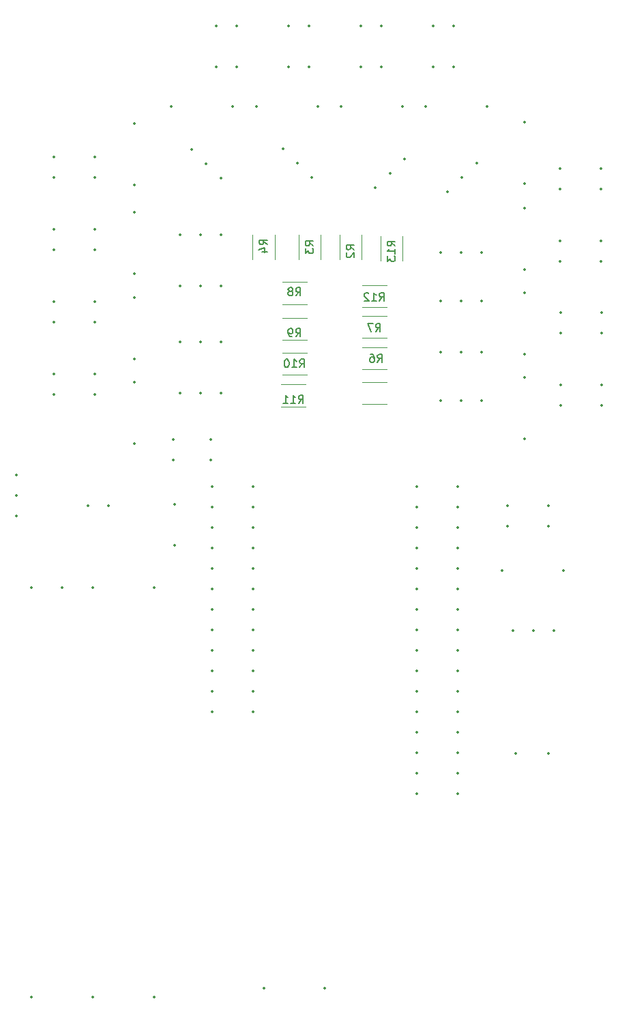
<source format=gbo>
%TF.GenerationSoftware,KiCad,Pcbnew,8.0.4*%
%TF.CreationDate,2025-02-09T16:53:56-05:00*%
%TF.ProjectId,Chassis,43686173-7369-4732-9e6b-696361645f70,rev?*%
%TF.SameCoordinates,Original*%
%TF.FileFunction,Legend,Bot*%
%TF.FilePolarity,Positive*%
%FSLAX46Y46*%
G04 Gerber Fmt 4.6, Leading zero omitted, Abs format (unit mm)*
G04 Created by KiCad (PCBNEW 8.0.4) date 2025-02-09 16:53:56*
%MOMM*%
%LPD*%
G01*
G04 APERTURE LIST*
%ADD10C,0.150000*%
%ADD11C,0.120000*%
%ADD12C,0.350000*%
G04 APERTURE END LIST*
D10*
X110309819Y-62063333D02*
X109833628Y-61730000D01*
X110309819Y-61491905D02*
X109309819Y-61491905D01*
X109309819Y-61491905D02*
X109309819Y-61872857D01*
X109309819Y-61872857D02*
X109357438Y-61968095D01*
X109357438Y-61968095D02*
X109405057Y-62015714D01*
X109405057Y-62015714D02*
X109500295Y-62063333D01*
X109500295Y-62063333D02*
X109643152Y-62063333D01*
X109643152Y-62063333D02*
X109738390Y-62015714D01*
X109738390Y-62015714D02*
X109786009Y-61968095D01*
X109786009Y-61968095D02*
X109833628Y-61872857D01*
X109833628Y-61872857D02*
X109833628Y-61491905D01*
X109643152Y-62920476D02*
X110309819Y-62920476D01*
X109262200Y-62682381D02*
X109976485Y-62444286D01*
X109976485Y-62444286D02*
X109976485Y-63063333D01*
X124227857Y-69034819D02*
X124561190Y-68558628D01*
X124799285Y-69034819D02*
X124799285Y-68034819D01*
X124799285Y-68034819D02*
X124418333Y-68034819D01*
X124418333Y-68034819D02*
X124323095Y-68082438D01*
X124323095Y-68082438D02*
X124275476Y-68130057D01*
X124275476Y-68130057D02*
X124227857Y-68225295D01*
X124227857Y-68225295D02*
X124227857Y-68368152D01*
X124227857Y-68368152D02*
X124275476Y-68463390D01*
X124275476Y-68463390D02*
X124323095Y-68511009D01*
X124323095Y-68511009D02*
X124418333Y-68558628D01*
X124418333Y-68558628D02*
X124799285Y-68558628D01*
X123275476Y-69034819D02*
X123846904Y-69034819D01*
X123561190Y-69034819D02*
X123561190Y-68034819D01*
X123561190Y-68034819D02*
X123656428Y-68177676D01*
X123656428Y-68177676D02*
X123751666Y-68272914D01*
X123751666Y-68272914D02*
X123846904Y-68320533D01*
X122894523Y-68130057D02*
X122846904Y-68082438D01*
X122846904Y-68082438D02*
X122751666Y-68034819D01*
X122751666Y-68034819D02*
X122513571Y-68034819D01*
X122513571Y-68034819D02*
X122418333Y-68082438D01*
X122418333Y-68082438D02*
X122370714Y-68130057D01*
X122370714Y-68130057D02*
X122323095Y-68225295D01*
X122323095Y-68225295D02*
X122323095Y-68320533D01*
X122323095Y-68320533D02*
X122370714Y-68463390D01*
X122370714Y-68463390D02*
X122942142Y-69034819D01*
X122942142Y-69034819D02*
X122323095Y-69034819D01*
X123751666Y-72844819D02*
X124084999Y-72368628D01*
X124323094Y-72844819D02*
X124323094Y-71844819D01*
X124323094Y-71844819D02*
X123942142Y-71844819D01*
X123942142Y-71844819D02*
X123846904Y-71892438D01*
X123846904Y-71892438D02*
X123799285Y-71940057D01*
X123799285Y-71940057D02*
X123751666Y-72035295D01*
X123751666Y-72035295D02*
X123751666Y-72178152D01*
X123751666Y-72178152D02*
X123799285Y-72273390D01*
X123799285Y-72273390D02*
X123846904Y-72321009D01*
X123846904Y-72321009D02*
X123942142Y-72368628D01*
X123942142Y-72368628D02*
X124323094Y-72368628D01*
X123418332Y-71844819D02*
X122751666Y-71844819D01*
X122751666Y-71844819D02*
X123180237Y-72844819D01*
X123991666Y-76654819D02*
X124324999Y-76178628D01*
X124563094Y-76654819D02*
X124563094Y-75654819D01*
X124563094Y-75654819D02*
X124182142Y-75654819D01*
X124182142Y-75654819D02*
X124086904Y-75702438D01*
X124086904Y-75702438D02*
X124039285Y-75750057D01*
X124039285Y-75750057D02*
X123991666Y-75845295D01*
X123991666Y-75845295D02*
X123991666Y-75988152D01*
X123991666Y-75988152D02*
X124039285Y-76083390D01*
X124039285Y-76083390D02*
X124086904Y-76131009D01*
X124086904Y-76131009D02*
X124182142Y-76178628D01*
X124182142Y-76178628D02*
X124563094Y-76178628D01*
X123134523Y-75654819D02*
X123324999Y-75654819D01*
X123324999Y-75654819D02*
X123420237Y-75702438D01*
X123420237Y-75702438D02*
X123467856Y-75750057D01*
X123467856Y-75750057D02*
X123563094Y-75892914D01*
X123563094Y-75892914D02*
X123610713Y-76083390D01*
X123610713Y-76083390D02*
X123610713Y-76464342D01*
X123610713Y-76464342D02*
X123563094Y-76559580D01*
X123563094Y-76559580D02*
X123515475Y-76607200D01*
X123515475Y-76607200D02*
X123420237Y-76654819D01*
X123420237Y-76654819D02*
X123229761Y-76654819D01*
X123229761Y-76654819D02*
X123134523Y-76607200D01*
X123134523Y-76607200D02*
X123086904Y-76559580D01*
X123086904Y-76559580D02*
X123039285Y-76464342D01*
X123039285Y-76464342D02*
X123039285Y-76226247D01*
X123039285Y-76226247D02*
X123086904Y-76131009D01*
X123086904Y-76131009D02*
X123134523Y-76083390D01*
X123134523Y-76083390D02*
X123229761Y-76035771D01*
X123229761Y-76035771D02*
X123420237Y-76035771D01*
X123420237Y-76035771D02*
X123515475Y-76083390D01*
X123515475Y-76083390D02*
X123563094Y-76131009D01*
X123563094Y-76131009D02*
X123610713Y-76226247D01*
X114187857Y-81734819D02*
X114521190Y-81258628D01*
X114759285Y-81734819D02*
X114759285Y-80734819D01*
X114759285Y-80734819D02*
X114378333Y-80734819D01*
X114378333Y-80734819D02*
X114283095Y-80782438D01*
X114283095Y-80782438D02*
X114235476Y-80830057D01*
X114235476Y-80830057D02*
X114187857Y-80925295D01*
X114187857Y-80925295D02*
X114187857Y-81068152D01*
X114187857Y-81068152D02*
X114235476Y-81163390D01*
X114235476Y-81163390D02*
X114283095Y-81211009D01*
X114283095Y-81211009D02*
X114378333Y-81258628D01*
X114378333Y-81258628D02*
X114759285Y-81258628D01*
X113235476Y-81734819D02*
X113806904Y-81734819D01*
X113521190Y-81734819D02*
X113521190Y-80734819D01*
X113521190Y-80734819D02*
X113616428Y-80877676D01*
X113616428Y-80877676D02*
X113711666Y-80972914D01*
X113711666Y-80972914D02*
X113806904Y-81020533D01*
X112283095Y-81734819D02*
X112854523Y-81734819D01*
X112568809Y-81734819D02*
X112568809Y-80734819D01*
X112568809Y-80734819D02*
X112664047Y-80877676D01*
X112664047Y-80877676D02*
X112759285Y-80972914D01*
X112759285Y-80972914D02*
X112854523Y-81020533D01*
X121104819Y-62698333D02*
X120628628Y-62365000D01*
X121104819Y-62126905D02*
X120104819Y-62126905D01*
X120104819Y-62126905D02*
X120104819Y-62507857D01*
X120104819Y-62507857D02*
X120152438Y-62603095D01*
X120152438Y-62603095D02*
X120200057Y-62650714D01*
X120200057Y-62650714D02*
X120295295Y-62698333D01*
X120295295Y-62698333D02*
X120438152Y-62698333D01*
X120438152Y-62698333D02*
X120533390Y-62650714D01*
X120533390Y-62650714D02*
X120581009Y-62603095D01*
X120581009Y-62603095D02*
X120628628Y-62507857D01*
X120628628Y-62507857D02*
X120628628Y-62126905D01*
X120200057Y-63079286D02*
X120152438Y-63126905D01*
X120152438Y-63126905D02*
X120104819Y-63222143D01*
X120104819Y-63222143D02*
X120104819Y-63460238D01*
X120104819Y-63460238D02*
X120152438Y-63555476D01*
X120152438Y-63555476D02*
X120200057Y-63603095D01*
X120200057Y-63603095D02*
X120295295Y-63650714D01*
X120295295Y-63650714D02*
X120390533Y-63650714D01*
X120390533Y-63650714D02*
X120533390Y-63603095D01*
X120533390Y-63603095D02*
X121104819Y-63031667D01*
X121104819Y-63031667D02*
X121104819Y-63650714D01*
X126184819Y-62222142D02*
X125708628Y-61888809D01*
X126184819Y-61650714D02*
X125184819Y-61650714D01*
X125184819Y-61650714D02*
X125184819Y-62031666D01*
X125184819Y-62031666D02*
X125232438Y-62126904D01*
X125232438Y-62126904D02*
X125280057Y-62174523D01*
X125280057Y-62174523D02*
X125375295Y-62222142D01*
X125375295Y-62222142D02*
X125518152Y-62222142D01*
X125518152Y-62222142D02*
X125613390Y-62174523D01*
X125613390Y-62174523D02*
X125661009Y-62126904D01*
X125661009Y-62126904D02*
X125708628Y-62031666D01*
X125708628Y-62031666D02*
X125708628Y-61650714D01*
X126184819Y-63174523D02*
X126184819Y-62603095D01*
X126184819Y-62888809D02*
X125184819Y-62888809D01*
X125184819Y-62888809D02*
X125327676Y-62793571D01*
X125327676Y-62793571D02*
X125422914Y-62698333D01*
X125422914Y-62698333D02*
X125470533Y-62603095D01*
X125184819Y-63507857D02*
X125184819Y-64126904D01*
X125184819Y-64126904D02*
X125565771Y-63793571D01*
X125565771Y-63793571D02*
X125565771Y-63936428D01*
X125565771Y-63936428D02*
X125613390Y-64031666D01*
X125613390Y-64031666D02*
X125661009Y-64079285D01*
X125661009Y-64079285D02*
X125756247Y-64126904D01*
X125756247Y-64126904D02*
X125994342Y-64126904D01*
X125994342Y-64126904D02*
X126089580Y-64079285D01*
X126089580Y-64079285D02*
X126137200Y-64031666D01*
X126137200Y-64031666D02*
X126184819Y-63936428D01*
X126184819Y-63936428D02*
X126184819Y-63650714D01*
X126184819Y-63650714D02*
X126137200Y-63555476D01*
X126137200Y-63555476D02*
X126089580Y-63507857D01*
X114327857Y-77289819D02*
X114661190Y-76813628D01*
X114899285Y-77289819D02*
X114899285Y-76289819D01*
X114899285Y-76289819D02*
X114518333Y-76289819D01*
X114518333Y-76289819D02*
X114423095Y-76337438D01*
X114423095Y-76337438D02*
X114375476Y-76385057D01*
X114375476Y-76385057D02*
X114327857Y-76480295D01*
X114327857Y-76480295D02*
X114327857Y-76623152D01*
X114327857Y-76623152D02*
X114375476Y-76718390D01*
X114375476Y-76718390D02*
X114423095Y-76766009D01*
X114423095Y-76766009D02*
X114518333Y-76813628D01*
X114518333Y-76813628D02*
X114899285Y-76813628D01*
X113375476Y-77289819D02*
X113946904Y-77289819D01*
X113661190Y-77289819D02*
X113661190Y-76289819D01*
X113661190Y-76289819D02*
X113756428Y-76432676D01*
X113756428Y-76432676D02*
X113851666Y-76527914D01*
X113851666Y-76527914D02*
X113946904Y-76575533D01*
X112756428Y-76289819D02*
X112661190Y-76289819D01*
X112661190Y-76289819D02*
X112565952Y-76337438D01*
X112565952Y-76337438D02*
X112518333Y-76385057D01*
X112518333Y-76385057D02*
X112470714Y-76480295D01*
X112470714Y-76480295D02*
X112423095Y-76670771D01*
X112423095Y-76670771D02*
X112423095Y-76908866D01*
X112423095Y-76908866D02*
X112470714Y-77099342D01*
X112470714Y-77099342D02*
X112518333Y-77194580D01*
X112518333Y-77194580D02*
X112565952Y-77242200D01*
X112565952Y-77242200D02*
X112661190Y-77289819D01*
X112661190Y-77289819D02*
X112756428Y-77289819D01*
X112756428Y-77289819D02*
X112851666Y-77242200D01*
X112851666Y-77242200D02*
X112899285Y-77194580D01*
X112899285Y-77194580D02*
X112946904Y-77099342D01*
X112946904Y-77099342D02*
X112994523Y-76908866D01*
X112994523Y-76908866D02*
X112994523Y-76670771D01*
X112994523Y-76670771D02*
X112946904Y-76480295D01*
X112946904Y-76480295D02*
X112899285Y-76385057D01*
X112899285Y-76385057D02*
X112851666Y-76337438D01*
X112851666Y-76337438D02*
X112756428Y-76289819D01*
X113851666Y-68399819D02*
X114184999Y-67923628D01*
X114423094Y-68399819D02*
X114423094Y-67399819D01*
X114423094Y-67399819D02*
X114042142Y-67399819D01*
X114042142Y-67399819D02*
X113946904Y-67447438D01*
X113946904Y-67447438D02*
X113899285Y-67495057D01*
X113899285Y-67495057D02*
X113851666Y-67590295D01*
X113851666Y-67590295D02*
X113851666Y-67733152D01*
X113851666Y-67733152D02*
X113899285Y-67828390D01*
X113899285Y-67828390D02*
X113946904Y-67876009D01*
X113946904Y-67876009D02*
X114042142Y-67923628D01*
X114042142Y-67923628D02*
X114423094Y-67923628D01*
X113280237Y-67828390D02*
X113375475Y-67780771D01*
X113375475Y-67780771D02*
X113423094Y-67733152D01*
X113423094Y-67733152D02*
X113470713Y-67637914D01*
X113470713Y-67637914D02*
X113470713Y-67590295D01*
X113470713Y-67590295D02*
X113423094Y-67495057D01*
X113423094Y-67495057D02*
X113375475Y-67447438D01*
X113375475Y-67447438D02*
X113280237Y-67399819D01*
X113280237Y-67399819D02*
X113089761Y-67399819D01*
X113089761Y-67399819D02*
X112994523Y-67447438D01*
X112994523Y-67447438D02*
X112946904Y-67495057D01*
X112946904Y-67495057D02*
X112899285Y-67590295D01*
X112899285Y-67590295D02*
X112899285Y-67637914D01*
X112899285Y-67637914D02*
X112946904Y-67733152D01*
X112946904Y-67733152D02*
X112994523Y-67780771D01*
X112994523Y-67780771D02*
X113089761Y-67828390D01*
X113089761Y-67828390D02*
X113280237Y-67828390D01*
X113280237Y-67828390D02*
X113375475Y-67876009D01*
X113375475Y-67876009D02*
X113423094Y-67923628D01*
X113423094Y-67923628D02*
X113470713Y-68018866D01*
X113470713Y-68018866D02*
X113470713Y-68209342D01*
X113470713Y-68209342D02*
X113423094Y-68304580D01*
X113423094Y-68304580D02*
X113375475Y-68352200D01*
X113375475Y-68352200D02*
X113280237Y-68399819D01*
X113280237Y-68399819D02*
X113089761Y-68399819D01*
X113089761Y-68399819D02*
X112994523Y-68352200D01*
X112994523Y-68352200D02*
X112946904Y-68304580D01*
X112946904Y-68304580D02*
X112899285Y-68209342D01*
X112899285Y-68209342D02*
X112899285Y-68018866D01*
X112899285Y-68018866D02*
X112946904Y-67923628D01*
X112946904Y-67923628D02*
X112994523Y-67876009D01*
X112994523Y-67876009D02*
X113089761Y-67828390D01*
X116024819Y-62203333D02*
X115548628Y-61870000D01*
X116024819Y-61631905D02*
X115024819Y-61631905D01*
X115024819Y-61631905D02*
X115024819Y-62012857D01*
X115024819Y-62012857D02*
X115072438Y-62108095D01*
X115072438Y-62108095D02*
X115120057Y-62155714D01*
X115120057Y-62155714D02*
X115215295Y-62203333D01*
X115215295Y-62203333D02*
X115358152Y-62203333D01*
X115358152Y-62203333D02*
X115453390Y-62155714D01*
X115453390Y-62155714D02*
X115501009Y-62108095D01*
X115501009Y-62108095D02*
X115548628Y-62012857D01*
X115548628Y-62012857D02*
X115548628Y-61631905D01*
X115024819Y-62536667D02*
X115024819Y-63155714D01*
X115024819Y-63155714D02*
X115405771Y-62822381D01*
X115405771Y-62822381D02*
X115405771Y-62965238D01*
X115405771Y-62965238D02*
X115453390Y-63060476D01*
X115453390Y-63060476D02*
X115501009Y-63108095D01*
X115501009Y-63108095D02*
X115596247Y-63155714D01*
X115596247Y-63155714D02*
X115834342Y-63155714D01*
X115834342Y-63155714D02*
X115929580Y-63108095D01*
X115929580Y-63108095D02*
X115977200Y-63060476D01*
X115977200Y-63060476D02*
X116024819Y-62965238D01*
X116024819Y-62965238D02*
X116024819Y-62679524D01*
X116024819Y-62679524D02*
X115977200Y-62584286D01*
X115977200Y-62584286D02*
X115929580Y-62536667D01*
X113851666Y-73479819D02*
X114184999Y-73003628D01*
X114423094Y-73479819D02*
X114423094Y-72479819D01*
X114423094Y-72479819D02*
X114042142Y-72479819D01*
X114042142Y-72479819D02*
X113946904Y-72527438D01*
X113946904Y-72527438D02*
X113899285Y-72575057D01*
X113899285Y-72575057D02*
X113851666Y-72670295D01*
X113851666Y-72670295D02*
X113851666Y-72813152D01*
X113851666Y-72813152D02*
X113899285Y-72908390D01*
X113899285Y-72908390D02*
X113946904Y-72956009D01*
X113946904Y-72956009D02*
X114042142Y-73003628D01*
X114042142Y-73003628D02*
X114423094Y-73003628D01*
X113375475Y-73479819D02*
X113184999Y-73479819D01*
X113184999Y-73479819D02*
X113089761Y-73432200D01*
X113089761Y-73432200D02*
X113042142Y-73384580D01*
X113042142Y-73384580D02*
X112946904Y-73241723D01*
X112946904Y-73241723D02*
X112899285Y-73051247D01*
X112899285Y-73051247D02*
X112899285Y-72670295D01*
X112899285Y-72670295D02*
X112946904Y-72575057D01*
X112946904Y-72575057D02*
X112994523Y-72527438D01*
X112994523Y-72527438D02*
X113089761Y-72479819D01*
X113089761Y-72479819D02*
X113280237Y-72479819D01*
X113280237Y-72479819D02*
X113375475Y-72527438D01*
X113375475Y-72527438D02*
X113423094Y-72575057D01*
X113423094Y-72575057D02*
X113470713Y-72670295D01*
X113470713Y-72670295D02*
X113470713Y-72908390D01*
X113470713Y-72908390D02*
X113423094Y-73003628D01*
X113423094Y-73003628D02*
X113375475Y-73051247D01*
X113375475Y-73051247D02*
X113280237Y-73098866D01*
X113280237Y-73098866D02*
X113089761Y-73098866D01*
X113089761Y-73098866D02*
X112994523Y-73051247D01*
X112994523Y-73051247D02*
X112946904Y-73003628D01*
X112946904Y-73003628D02*
X112899285Y-72908390D01*
D11*
%TO.C,R4*%
X116930000Y-63897064D02*
X116930000Y-60842936D01*
X114210000Y-63897064D02*
X114210000Y-60842936D01*
%TO.C,R12*%
X122057936Y-70890000D02*
X125112064Y-70890000D01*
X122057936Y-73610000D02*
X125112064Y-73610000D01*
%TO.C,R7*%
X122057936Y-74840000D02*
X125112064Y-74840000D01*
X122057936Y-77560000D02*
X125112064Y-77560000D01*
%TO.C,R5*%
X108495000Y-63897064D02*
X108495000Y-60842936D01*
X111215000Y-63897064D02*
X111215000Y-60842936D01*
%TO.C,R6*%
X122057936Y-79145000D02*
X125112064Y-79145000D01*
X122057936Y-81865000D02*
X125112064Y-81865000D01*
%TO.C,R11*%
X115072064Y-79425000D02*
X112017936Y-79425000D01*
X115072064Y-82145000D02*
X112017936Y-82145000D01*
%TO.C,R2*%
X127090000Y-64037064D02*
X127090000Y-60982936D01*
X124370000Y-64037064D02*
X124370000Y-60982936D01*
%TO.C,R13*%
X122057936Y-69800000D02*
X125112064Y-69800000D01*
X122057936Y-67080000D02*
X125112064Y-67080000D01*
%TO.C,R10*%
X115212064Y-75475000D02*
X112157936Y-75475000D01*
X115212064Y-78195000D02*
X112157936Y-78195000D01*
%TO.C,R8*%
X115212064Y-66725000D02*
X112157936Y-66725000D01*
X115212064Y-69445000D02*
X112157936Y-69445000D01*
%TO.C,R3*%
X122010000Y-63897064D02*
X122010000Y-60842936D01*
X119290000Y-63897064D02*
X119290000Y-60842936D01*
%TO.C,R9*%
X115212064Y-71170000D02*
X112157936Y-71170000D01*
X115212064Y-73890000D02*
X112157936Y-73890000D01*
%TD*%
D12*
X88065000Y-94475000D03*
X90565000Y-94475000D03*
X109895000Y-154305000D03*
X117395000Y-154305000D03*
X142240000Y-57579000D03*
X142240000Y-65199000D03*
X146621000Y-64112000D03*
X151701000Y-64112000D03*
X146621000Y-61572000D03*
X151701000Y-61572000D03*
X93830000Y-76277000D03*
X93830000Y-68657000D03*
X128905000Y-130175000D03*
X128905000Y-127635000D03*
X128905000Y-125095000D03*
X128905000Y-122555000D03*
X128905000Y-120015000D03*
X128905000Y-117475000D03*
X128905000Y-114935000D03*
X128905000Y-112395000D03*
X128905000Y-109855000D03*
X128905000Y-107315000D03*
X128905000Y-104775000D03*
X128905000Y-102235000D03*
X128905000Y-99695000D03*
X128905000Y-97155000D03*
X128905000Y-94615000D03*
X128905000Y-92075000D03*
X108585000Y-92075000D03*
X108585000Y-94615000D03*
X108585000Y-97155000D03*
X108585000Y-99695000D03*
X108585000Y-102235000D03*
X108585000Y-104775000D03*
X108585000Y-107315000D03*
X108585000Y-109855000D03*
X108585000Y-112395000D03*
X108585000Y-114935000D03*
X108585000Y-117475000D03*
X108585000Y-120015000D03*
X98820000Y-99330000D03*
X98820000Y-94250000D03*
X93830000Y-65657000D03*
X93830000Y-58037000D03*
X81040000Y-155435000D03*
X88660000Y-155435000D03*
X96280000Y-155435000D03*
X96280000Y-104635000D03*
X88660000Y-104635000D03*
X84850000Y-104635000D03*
X81040000Y-104635000D03*
X108927000Y-44956000D03*
X116547000Y-44956000D03*
X119427000Y-44956000D03*
X127047000Y-44956000D03*
X133434000Y-40005000D03*
X133434000Y-34925000D03*
X130894000Y-40005000D03*
X130894000Y-34925000D03*
X88900000Y-60157000D03*
X83820000Y-60157000D03*
X88900000Y-62697000D03*
X83820000Y-62697000D03*
X115486000Y-40005000D03*
X115486000Y-34925000D03*
X112946000Y-40005000D03*
X112946000Y-34925000D03*
X131840000Y-75425000D03*
X134380000Y-75425000D03*
X136920000Y-75425000D03*
X131840000Y-69075000D03*
X134380000Y-69075000D03*
X136920000Y-69075000D03*
X98427000Y-44956000D03*
X106047000Y-44956000D03*
X88900000Y-51183000D03*
X83820000Y-51183000D03*
X88900000Y-53723000D03*
X83820000Y-53723000D03*
X103505000Y-92075000D03*
X103505000Y-94615000D03*
X103505000Y-97155000D03*
X103505000Y-99695000D03*
X103505000Y-102235000D03*
X103505000Y-104775000D03*
X103505000Y-107315000D03*
X103505000Y-109855000D03*
X103505000Y-112395000D03*
X103505000Y-114935000D03*
X103505000Y-117475000D03*
X103505000Y-120015000D03*
X129927000Y-44956000D03*
X137547000Y-44956000D03*
X103265000Y-86220000D03*
X103265000Y-88760000D03*
X79135000Y-95745000D03*
X79135000Y-93205000D03*
X79135000Y-90665000D03*
X132692898Y-55522102D03*
X134488949Y-53726051D03*
X136285000Y-51930000D03*
X98615000Y-86220000D03*
X98615000Y-88760000D03*
X133985000Y-130175000D03*
X133985000Y-127635000D03*
X133985000Y-125095000D03*
X133985000Y-122555000D03*
X133985000Y-120015000D03*
X133985000Y-117475000D03*
X133985000Y-114935000D03*
X133985000Y-112395000D03*
X133985000Y-109855000D03*
X133985000Y-107315000D03*
X133985000Y-104775000D03*
X133985000Y-102235000D03*
X133985000Y-99695000D03*
X133985000Y-97155000D03*
X133985000Y-94615000D03*
X133985000Y-92075000D03*
X142240000Y-68079000D03*
X142240000Y-75699000D03*
X124460000Y-40005000D03*
X124460000Y-34925000D03*
X121920000Y-40005000D03*
X121920000Y-34925000D03*
X93830000Y-86777000D03*
X93830000Y-79157000D03*
X104535000Y-80505000D03*
X101995000Y-80505000D03*
X99455000Y-80505000D03*
X146740000Y-73025000D03*
X151820000Y-73025000D03*
X146740000Y-70485000D03*
X151820000Y-70485000D03*
X140095000Y-97015000D03*
X145175000Y-97015000D03*
X140095000Y-94475000D03*
X145175000Y-94475000D03*
X139445000Y-102460000D03*
X147065000Y-102460000D03*
X123727165Y-55029267D03*
X125523216Y-53233216D03*
X127319267Y-51437165D03*
X145175000Y-125180000D03*
X141175000Y-125180000D03*
X104534999Y-60820000D03*
X101994999Y-60820000D03*
X99455000Y-60820000D03*
X106512000Y-40005000D03*
X106512000Y-34925000D03*
X103972000Y-40005000D03*
X103972000Y-34925000D03*
X104534999Y-67170000D03*
X101994999Y-67170000D03*
X99454999Y-67170000D03*
X131840000Y-81450000D03*
X134380000Y-81450000D03*
X136920000Y-81450000D03*
X146621000Y-55138000D03*
X151701000Y-55138000D03*
X146621000Y-52598000D03*
X151701000Y-52598000D03*
X142240000Y-78579000D03*
X142240000Y-86199000D03*
X100942898Y-50242898D03*
X102738949Y-52038949D03*
X104535000Y-53835000D03*
X140785000Y-109940000D03*
X143325000Y-109940000D03*
X145865000Y-109940000D03*
X142240000Y-46889000D03*
X142240000Y-54509000D03*
X131840000Y-63035000D03*
X134380000Y-63035000D03*
X136920000Y-63035000D03*
X104535000Y-74155000D03*
X101995000Y-74155000D03*
X99455000Y-74155000D03*
X146740000Y-81999000D03*
X151820000Y-81999000D03*
X146740000Y-79459000D03*
X151820000Y-79459000D03*
X112263949Y-50133949D03*
X114060000Y-51930000D03*
X115856051Y-53726051D03*
X88900000Y-78105000D03*
X83820000Y-78105000D03*
X88900000Y-80645000D03*
X83820000Y-80645000D03*
X93830000Y-54657000D03*
X93830000Y-47037000D03*
X88900000Y-69131000D03*
X83820000Y-69131000D03*
X88900000Y-71671000D03*
X83820000Y-71671000D03*
M02*

</source>
